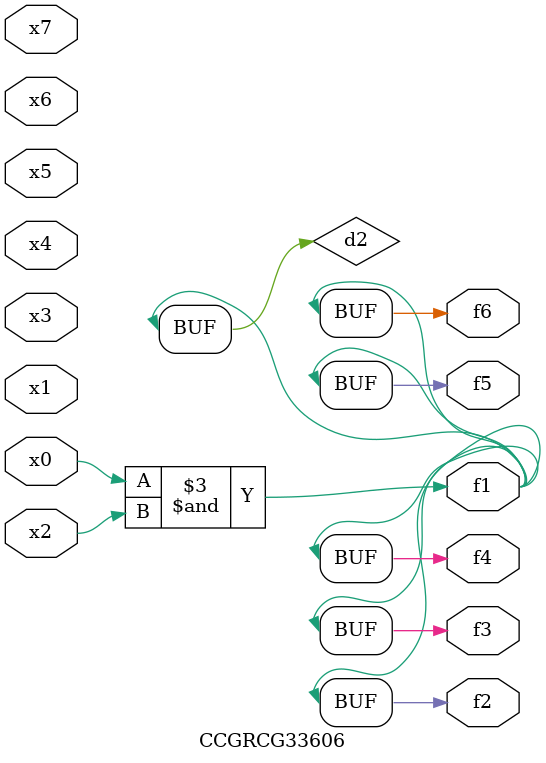
<source format=v>
module CCGRCG33606(
	input x0, x1, x2, x3, x4, x5, x6, x7,
	output f1, f2, f3, f4, f5, f6
);

	wire d1, d2;

	nor (d1, x3, x6);
	and (d2, x0, x2);
	assign f1 = d2;
	assign f2 = d2;
	assign f3 = d2;
	assign f4 = d2;
	assign f5 = d2;
	assign f6 = d2;
endmodule

</source>
